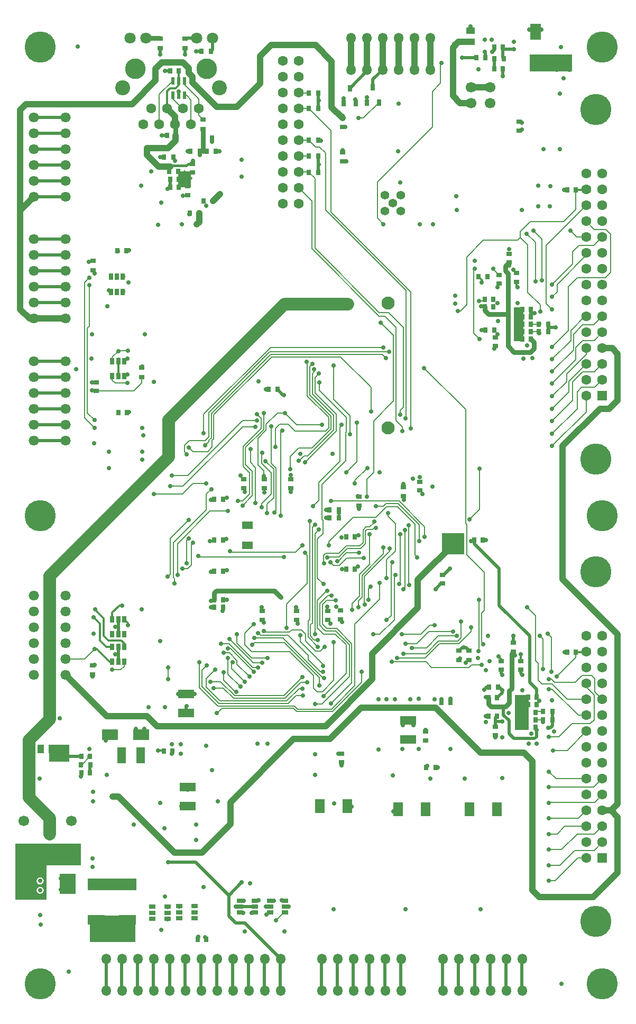
<source format=gbl>
G04 Layer_Physical_Order=4*
G04 Layer_Color=16711680*
%FSLAX44Y44*%
%MOMM*%
G71*
G01*
G75*
%ADD10R,0.8000X0.9000*%
%ADD11R,0.9000X0.8000*%
%ADD31R,2.6000X1.4000*%
%ADD36R,1.4000X2.6000*%
%ADD45R,1.5000X2.2000*%
%ADD48R,1.7000X1.2500*%
%ADD65C,0.2000*%
%ADD66C,0.3000*%
%ADD67C,1.0000*%
%ADD68C,0.5000*%
%ADD70C,0.7500*%
%ADD71C,2.0000*%
%ADD83C,2.4000*%
%ADD84C,1.6000*%
%ADD85C,3.3000*%
%ADD86C,1.8000*%
%ADD87C,2.1000*%
%ADD88O,1.5000X1.7000*%
%ADD89O,1.7000X1.5000*%
%ADD90C,1.4000*%
%ADD91R,1.6000X1.6000*%
%ADD92C,1.7000*%
%ADD93C,5.0000*%
%ADD94C,0.7000*%
%ADD95C,0.5000*%
%ADD96R,0.6000X1.2000*%
%ADD97R,0.6500X1.1000*%
%ADD98R,2.5000X1.7000*%
%ADD99R,2.5000X3.3000*%
%ADD100R,1.1000X0.6500*%
%ADD101R,2.8000X1.6000*%
%ADD102R,1.1000X1.4000*%
%ADD103R,1.7000X2.5000*%
%ADD104R,1.4000X1.1000*%
%ADD105C,0.4000*%
%ADD106R,6.8000X2.8000*%
%ADD107R,3.6000X3.4000*%
%ADD108R,2.2000X5.6000*%
%ADD109R,1.6000X5.5000*%
%ADD110R,3.3000X2.7000*%
%ADD111R,7.3000X4.2000*%
%ADD112R,7.8000X1.9000*%
%ADD113R,2.1000X2.5000*%
G36*
X415000Y540000D02*
X360000D01*
Y485000D01*
X310000D01*
Y575000D01*
X415000D01*
Y540000D01*
D02*
G37*
%LPC*%
G36*
X350000Y520608D02*
X347854Y520181D01*
X346035Y518965D01*
X344819Y517146D01*
X344392Y515000D01*
X344819Y512854D01*
X346035Y511035D01*
X347854Y509819D01*
X350000Y509392D01*
X352146Y509819D01*
X353965Y511035D01*
X355181Y512854D01*
X355608Y515000D01*
X355181Y517146D01*
X353965Y518965D01*
X352146Y520181D01*
X350000Y520608D01*
D02*
G37*
G36*
Y505608D02*
X347854Y505181D01*
X346035Y503965D01*
X344819Y502146D01*
X344392Y500000D01*
X344819Y497854D01*
X346035Y496035D01*
X347854Y494819D01*
X350000Y494392D01*
X352146Y494819D01*
X353965Y496035D01*
X355181Y497854D01*
X355608Y500000D01*
X355181Y502146D01*
X353965Y503965D01*
X352146Y505181D01*
X350000Y505608D01*
D02*
G37*
%LPD*%
D10*
X629000Y965000D02*
D03*
X643000D02*
D03*
X629000Y953000D02*
D03*
X643000D02*
D03*
X813380Y1109000D02*
D03*
X828620D02*
D03*
Y1096000D02*
D03*
X813380D02*
D03*
X1143000Y761000D02*
D03*
X1129000D02*
D03*
X1143000Y773000D02*
D03*
X1129000D02*
D03*
X1143000Y785000D02*
D03*
X1129000D02*
D03*
X1145500Y797500D02*
D03*
X1131500D02*
D03*
X1145500Y809500D02*
D03*
X1131500D02*
D03*
X1170620Y786000D02*
D03*
X1155380D02*
D03*
X1170620Y773000D02*
D03*
X1155380D02*
D03*
X983620Y697000D02*
D03*
X968380D02*
D03*
X1068000Y779000D02*
D03*
X1082000D02*
D03*
X1068000Y808000D02*
D03*
X1082000D02*
D03*
X1069000Y825000D02*
D03*
X1083000D02*
D03*
X1045000Y1061000D02*
D03*
X1059000D02*
D03*
X1136000Y1382000D02*
D03*
X1122000D02*
D03*
X1136000Y1394000D02*
D03*
X1122000D02*
D03*
X1136000Y1406000D02*
D03*
X1122000D02*
D03*
X1136000Y1418000D02*
D03*
X1122000D02*
D03*
X1136000Y1430000D02*
D03*
X1122000D02*
D03*
X1163620Y1406000D02*
D03*
X1148380D02*
D03*
X1163620Y1394000D02*
D03*
X1148380D02*
D03*
X1063000Y1397000D02*
D03*
X1077000D02*
D03*
X1062000Y1434000D02*
D03*
X1076000D02*
D03*
X1062000Y1446000D02*
D03*
X1076000D02*
D03*
X1066000Y1482000D02*
D03*
X1052000D02*
D03*
X795620Y1649500D02*
D03*
X780380D02*
D03*
X795620Y1675500D02*
D03*
X780380D02*
D03*
Y1700500D02*
D03*
X795620D02*
D03*
Y1751500D02*
D03*
X780380D02*
D03*
X795620Y1776500D02*
D03*
X780380D02*
D03*
X558000Y1812000D02*
D03*
X572000D02*
D03*
X567000Y1708000D02*
D03*
X553000D02*
D03*
X611000Y1704000D02*
D03*
X625000D02*
D03*
X608380Y1843000D02*
D03*
X623620D02*
D03*
X590380Y1683000D02*
D03*
X605620D02*
D03*
X617000Y1683000D02*
D03*
X631000D02*
D03*
X548380Y1674000D02*
D03*
X563620D02*
D03*
X557000Y1651000D02*
D03*
X571000D02*
D03*
X558000Y1638000D02*
D03*
X572000D02*
D03*
X558000Y1625000D02*
D03*
X572000D02*
D03*
X626620Y1603000D02*
D03*
X611380D02*
D03*
X604620Y1584000D02*
D03*
X589380D02*
D03*
X548000Y723000D02*
D03*
X562000D02*
D03*
X430000Y714000D02*
D03*
X416000D02*
D03*
X415380Y701000D02*
D03*
X430620D02*
D03*
X430000Y688000D02*
D03*
X416000D02*
D03*
X616000Y421000D02*
D03*
X602000D02*
D03*
X629000Y1011000D02*
D03*
X643000D02*
D03*
X993000Y801000D02*
D03*
X1007000D02*
D03*
X1208000Y1621000D02*
D03*
X1194000D02*
D03*
X1208000Y881000D02*
D03*
X1194000D02*
D03*
X488000Y1524000D02*
D03*
X474000D02*
D03*
X489000Y1265000D02*
D03*
X475000D02*
D03*
X730000Y1302000D02*
D03*
X716000D02*
D03*
X854000Y1014000D02*
D03*
X840000D02*
D03*
X854000Y1066000D02*
D03*
X840000D02*
D03*
X629000Y1126000D02*
D03*
X643000D02*
D03*
X629000Y1061000D02*
D03*
X643000D02*
D03*
X1092620Y1831000D02*
D03*
X1077380D02*
D03*
X1091000Y1850000D02*
D03*
X1077000D02*
D03*
X1049000Y1833000D02*
D03*
X1063000D02*
D03*
X1077000Y1815000D02*
D03*
X1091000D02*
D03*
D11*
X542000Y1848380D02*
D03*
Y1863620D02*
D03*
X967000Y740000D02*
D03*
Y754000D02*
D03*
X1079000Y748000D02*
D03*
Y762000D02*
D03*
X1088000Y867000D02*
D03*
Y853000D02*
D03*
X1108000Y882000D02*
D03*
Y896000D02*
D03*
X1120000Y867000D02*
D03*
Y853000D02*
D03*
X1037000Y868380D02*
D03*
Y883620D02*
D03*
X1021000Y868380D02*
D03*
Y883620D02*
D03*
X994000Y1005000D02*
D03*
Y991000D02*
D03*
X1079000Y1371000D02*
D03*
Y1385000D02*
D03*
X1085000Y1485000D02*
D03*
Y1471000D02*
D03*
X1113000Y1488000D02*
D03*
Y1474000D02*
D03*
X1101000Y1505000D02*
D03*
Y1519000D02*
D03*
X611000Y1733620D02*
D03*
Y1718380D02*
D03*
X582000Y1848380D02*
D03*
Y1863620D02*
D03*
X594000Y1663000D02*
D03*
Y1649000D02*
D03*
X586000Y1613000D02*
D03*
Y1627000D02*
D03*
X513000Y1336620D02*
D03*
Y1321380D02*
D03*
X440000Y1299000D02*
D03*
Y1313000D02*
D03*
X434000Y860000D02*
D03*
Y846000D02*
D03*
X435000Y1492380D02*
D03*
Y1507620D02*
D03*
X833000Y719000D02*
D03*
Y705000D02*
D03*
X709000Y1158000D02*
D03*
Y1144000D02*
D03*
X1117000Y1716000D02*
D03*
Y1730000D02*
D03*
X811000Y933000D02*
D03*
Y947000D02*
D03*
X958000Y1154000D02*
D03*
Y1140000D02*
D03*
X932000Y1145000D02*
D03*
Y1131000D02*
D03*
X706000Y933000D02*
D03*
Y947000D02*
D03*
X761000Y933000D02*
D03*
Y947000D02*
D03*
X831000Y934000D02*
D03*
Y948000D02*
D03*
X861000Y1130000D02*
D03*
Y1116000D02*
D03*
X751000Y1158000D02*
D03*
Y1144000D02*
D03*
X676000Y1158000D02*
D03*
Y1144000D02*
D03*
X834000Y1681000D02*
D03*
Y1667000D02*
D03*
Y1736000D02*
D03*
Y1722000D02*
D03*
D31*
X939000Y741760D02*
D03*
Y772240D02*
D03*
X584000Y814240D02*
D03*
Y783760D02*
D03*
X586000Y634760D02*
D03*
Y665240D02*
D03*
D36*
X511240Y716000D02*
D03*
X480760D02*
D03*
D45*
X1082000Y630000D02*
D03*
X1038000D02*
D03*
X967000D02*
D03*
X923000D02*
D03*
X842000Y635000D02*
D03*
X798000D02*
D03*
D48*
X681998Y1052000D02*
D03*
Y1084000D02*
D03*
D65*
X604500Y1740120D02*
X611000Y1733620D01*
X604500Y1740120D02*
Y1751400D01*
X541000Y1774000D02*
X562500Y1795500D01*
X541000Y1726000D02*
Y1774000D01*
X604500Y1751400D02*
Y1766500D01*
X581500Y1789500D02*
X604500Y1766500D01*
X581500Y1789500D02*
Y1795500D01*
X577600Y1751400D02*
X579100D01*
X562500Y1766500D02*
X577600Y1751400D01*
X562500Y1766500D02*
Y1772500D01*
X581500D02*
X584500D01*
X591750Y1765250D01*
Y1726000D02*
Y1765250D01*
X867500Y1736000D02*
X892500Y1761000D01*
X860000Y1736000D02*
X867500D01*
X1031500Y1087000D02*
Y1269500D01*
Y1087000D02*
X1033000Y1085500D01*
Y1037000D02*
Y1085500D01*
Y1037000D02*
X1061000Y1009000D01*
Y948000D02*
Y1009000D01*
X1057000Y944000D02*
X1061000Y948000D01*
X966000Y1066000D02*
Y1081657D01*
X950000Y1037000D02*
X954000Y1033000D01*
X1130000Y953000D02*
X1143000Y940000D01*
X1038000Y1094000D02*
X1054000Y1110000D01*
X1019000Y899000D02*
X1024000Y904000D01*
Y930000D01*
X1053000Y886000D02*
Y965000D01*
X1051000Y884000D02*
X1053000Y886000D01*
X1051000Y884000D02*
X1052000Y883000D01*
X1199000Y1556000D02*
X1209600Y1545400D01*
X1224600D01*
X719000Y1369000D02*
X900000D01*
X717657Y1362000D02*
X909000D01*
X588828Y1219828D02*
X613828D01*
X581000Y1212000D02*
X588828Y1219828D01*
X581000Y1202000D02*
Y1212000D01*
Y1202000D02*
X585000Y1198000D01*
X902000Y1419000D02*
X920000Y1401000D01*
Y1252000D02*
Y1401000D01*
X908000Y1425000D02*
X932000Y1401000D01*
X595172Y1201828D02*
X618172D01*
X588000Y1209000D02*
X595172Y1201828D01*
X555000Y838000D02*
Y857000D01*
X1136000Y1394000D02*
X1149000D01*
X1224600Y1570800D02*
X1237400Y1558000D01*
X1256000D01*
X1264000Y1550000D01*
Y1489000D02*
Y1550000D01*
X1255200Y1480200D02*
X1264000Y1489000D01*
X1210200Y1480200D02*
X1255200D01*
X1196000Y1466000D02*
X1210200Y1480200D01*
X1196000Y1396000D02*
Y1466000D01*
X1170000Y1370000D02*
X1196000Y1396000D01*
X1160500Y1439500D02*
X1170000Y1430000D01*
X1160500Y1532100D02*
X1224600Y1596200D01*
X1160500Y1439500D02*
Y1532100D01*
X1224600Y1516600D02*
Y1520000D01*
X1178000Y1470000D02*
X1224600Y1516600D01*
X1178000Y1458000D02*
Y1470000D01*
X1170000Y1450000D02*
X1178000Y1458000D01*
X1236600Y1532000D02*
X1250000Y1545400D01*
X1213000Y1532000D02*
X1236600D01*
X1203000Y1522000D02*
X1213000Y1532000D01*
X1203000Y1503000D02*
Y1522000D01*
X1170000Y1470000D02*
X1203000Y1503000D01*
X728000Y452000D02*
X740500Y464500D01*
X742000D01*
X1140000Y1556000D02*
X1154000Y1542000D01*
Y1476000D02*
Y1542000D01*
X1129000Y1551000D02*
X1143000Y1537000D01*
Y1475000D02*
Y1537000D01*
X1222400Y1418400D02*
X1224600D01*
X1200000Y1396000D02*
X1222400Y1418400D01*
X1200000Y1380000D02*
Y1396000D01*
X1170000Y1350000D02*
X1200000Y1380000D01*
X1236600Y1405000D02*
X1250000Y1418400D01*
X1219000Y1405000D02*
X1236600D01*
X1204000Y1390000D02*
X1219000Y1405000D01*
X1204000Y1364500D02*
Y1390000D01*
X1170000Y1330500D02*
X1204000Y1364500D01*
X1237000Y1380000D02*
X1250000Y1393000D01*
X1219000Y1380000D02*
X1237000D01*
X1208000Y1369000D02*
X1219000Y1380000D01*
X1208000Y1349000D02*
Y1369000D01*
X1170000Y1311000D02*
X1208000Y1349000D01*
X1224600Y1357756D02*
Y1367600D01*
X1193000Y1326156D02*
X1224600Y1357756D01*
X1193000Y1314000D02*
Y1326156D01*
X1170000Y1291000D02*
X1193000Y1314000D01*
X1197000Y1314600D02*
X1224600Y1342200D01*
X1197000Y1298000D02*
Y1314600D01*
X1170000Y1271000D02*
X1197000Y1298000D01*
X1237800Y1330000D02*
X1250000Y1342200D01*
X1219000Y1330000D02*
X1237800D01*
X1203000Y1314000D02*
X1219000Y1330000D01*
X1203000Y1284000D02*
Y1314000D01*
X1170000Y1251000D02*
X1203000Y1284000D01*
X1238200Y1305000D02*
X1250000Y1316800D01*
X1217000Y1305000D02*
X1238200D01*
X1210000Y1298000D02*
X1217000Y1305000D01*
X1210000Y1271000D02*
Y1298000D01*
X1170000Y1231000D02*
X1210000Y1271000D01*
X1224600Y1265634D02*
Y1291400D01*
X1170000Y1211034D02*
X1224600Y1265634D01*
X767657Y833000D02*
X778000D01*
X742157Y807500D02*
X767657Y833000D01*
X659651Y807500D02*
X742157D01*
X740500Y811500D02*
X770000Y841000D01*
X661308Y811500D02*
X740500D01*
X644000Y836000D02*
Y849000D01*
X651000Y846000D02*
Y872000D01*
Y846000D02*
X671000Y826000D01*
X746998Y908000D02*
X778999Y875999D01*
Y869658D02*
Y875999D01*
Y869658D02*
X798657Y850000D01*
X803000D01*
X739000Y904000D02*
X803000Y840000D01*
X805000D01*
X945000Y888000D02*
X969000D01*
X935000Y895000D02*
X953000D01*
X1163000Y911000D02*
X1169000Y905000D01*
Y850000D02*
Y905000D01*
X1150000Y907000D02*
X1155000Y902000D01*
Y854000D02*
Y902000D01*
X421400Y870400D02*
X437000Y886000D01*
X390400Y870400D02*
X421400D01*
X764200Y1776500D02*
X780380D01*
X764400Y1675500D02*
X780380D01*
Y1700500D02*
X790880Y1690000D01*
X764000Y1649700D02*
X780180D01*
X764000Y1700500D02*
X780380D01*
X764000Y1751300D02*
X769700D01*
X764200Y1751500D02*
X780380D01*
X935000Y1255000D02*
X936000Y1256000D01*
X926999Y1267999D02*
X932000Y1273000D01*
X926999Y1260998D02*
Y1267999D01*
X920000Y1252000D02*
X930000Y1242000D01*
X932000Y1273000D02*
Y1401000D01*
X930000Y1235000D02*
Y1242000D01*
X900000Y1038657D02*
Y1049000D01*
X865500Y969000D02*
Y1004157D01*
X900000Y1038657D01*
X860000Y963500D02*
X865500Y969000D01*
X860000Y953000D02*
Y963500D01*
X910000Y1043000D02*
Y1047000D01*
X869500Y1002500D02*
X910000Y1043000D01*
X869500Y957500D02*
X870000Y957000D01*
X869500Y957500D02*
Y1002500D01*
X830000Y1241000D02*
X834000Y1245000D01*
X830000Y1187000D02*
Y1241000D01*
X840000Y1233692D02*
Y1257000D01*
X839500Y1233192D02*
X840000Y1233692D01*
X839500Y1187500D02*
Y1233192D01*
X801500Y1149500D02*
X839500Y1187500D01*
X796000Y1153000D02*
X830000Y1187000D01*
X796000Y1124000D02*
Y1153000D01*
X787000Y1115000D02*
X796000Y1124000D01*
X804000Y811000D02*
X805000Y812000D01*
Y809000D02*
Y812000D01*
X917000Y933000D02*
Y1003000D01*
X919000Y1005000D01*
X735000Y1233000D02*
X738000Y1236000D01*
X735000Y1100000D02*
Y1233000D01*
X820000Y1286000D02*
Y1340000D01*
Y1286000D02*
X846000Y1260000D01*
Y1230000D02*
Y1260000D01*
X675000Y1178000D02*
X685000Y1168000D01*
Y1134000D02*
Y1168000D01*
X674000Y1123000D02*
X685000Y1134000D01*
X667000Y1123000D02*
X674000D01*
X679000Y1182000D02*
Y1209000D01*
Y1182000D02*
X690000Y1171000D01*
Y1132000D02*
Y1171000D01*
X674000Y1116000D02*
X690000Y1132000D01*
X725000Y1105000D02*
X728000Y1108000D01*
X604500Y1033500D02*
X740000D01*
X603000Y1035000D02*
X604500Y1033500D01*
X801500Y1093308D02*
Y1149500D01*
Y1093308D02*
X803000Y1091808D01*
Y1071000D02*
Y1091808D01*
X794000Y1062000D02*
X803000Y1071000D01*
X794000Y1000000D02*
Y1062000D01*
Y1000000D02*
X804000Y990000D01*
X885000Y1080000D02*
X888000D01*
X882500Y1077500D02*
X885000Y1080000D01*
X873500Y1077500D02*
X882500D01*
X877843Y1081500D02*
X885000Y1088657D01*
Y1090000D01*
X877500Y1022814D02*
Y1069772D01*
Y1022814D02*
X878000Y1022314D01*
X871000Y1055000D02*
Y1075000D01*
X867000Y1056657D02*
Y1076657D01*
X871843Y1081500D01*
X871000Y1075000D02*
X873500Y1077500D01*
X871843Y1081500D02*
X877843D01*
X907000Y1099000D02*
X919000Y1087000D01*
X907000Y1099000D02*
Y1104000D01*
X1237000Y773000D02*
Y812743D01*
X1231000Y767000D02*
X1237000Y773000D01*
X1202000Y767000D02*
X1231000D01*
X1238000Y817400D02*
X1250000Y805400D01*
X1238000Y817400D02*
Y839000D01*
X1233000Y844000D02*
X1238000Y839000D01*
X1194000Y724000D02*
X1224600Y754600D01*
X1171000Y724000D02*
X1194000D01*
X779000Y905343D02*
X794343Y890000D01*
X861343Y1051000D02*
X867000Y1056657D01*
X840343Y1051000D02*
X861343D01*
X828842Y1039499D02*
X840343Y1051000D01*
X807307Y1039499D02*
X828842D01*
X803499Y1035691D02*
X807307Y1039499D01*
X803499Y1024501D02*
Y1035691D01*
Y1024501D02*
X805000Y1023000D01*
X810500Y1033500D02*
X828500D01*
X809999Y1032999D02*
X810500Y1033500D01*
X828500D02*
X842000Y1047000D01*
X863000D01*
X871000Y1055000D01*
X790000Y798000D02*
X801000D01*
X809000Y964000D02*
X823000D01*
X802000Y957000D02*
X809000Y964000D01*
X802000Y926000D02*
Y957000D01*
X811000Y972000D02*
X817000D01*
X798000Y959000D02*
X811000Y972000D01*
X798000Y924000D02*
Y959000D01*
X809000Y979000D02*
X810000D01*
X794000Y964000D02*
X809000Y979000D01*
X794000Y920000D02*
Y964000D01*
X940500Y989500D02*
Y1083500D01*
Y989500D02*
X941000Y989000D01*
X940000Y1084000D02*
X940500Y1083500D01*
X934000Y984000D02*
Y1077000D01*
X932000Y982000D02*
X934000Y984000D01*
X927000Y992000D02*
Y1070000D01*
X925000Y990000D02*
X927000Y992000D01*
X912000Y940000D02*
Y1022000D01*
X905000Y933000D02*
X912000Y940000D01*
X850000Y949000D02*
Y959157D01*
X861500Y970657D01*
Y1005814D01*
X878000Y1022314D01*
X705000Y1113000D02*
Y1119000D01*
X720000Y1134000D01*
X713000Y1117808D02*
X724000Y1128808D01*
X713000Y1104000D02*
Y1117808D01*
X724000Y1128808D02*
Y1174000D01*
X695000Y1120000D02*
Y1177000D01*
X919000Y1043000D02*
Y1087000D01*
X905000Y1029000D02*
X919000Y1043000D01*
X905000Y1000000D02*
Y1029000D01*
X841000Y1032000D02*
X868000D01*
X829096Y1020096D02*
X841000Y1032000D01*
X819904Y1020096D02*
X829096D01*
X815000Y1025000D02*
X819904Y1020096D01*
X840657Y1040000D02*
X861000D01*
X827657Y1027000D02*
X840657Y1040000D01*
X745000Y920000D02*
Y958000D01*
X778000Y991000D01*
Y1036000D01*
X774000Y1040000D02*
X778000Y1036000D01*
X783000Y907000D02*
X789000Y901000D01*
X795000D01*
X779000Y905343D02*
Y931000D01*
X782000Y1091000D02*
X782000Y1091000D01*
Y934000D02*
Y1091000D01*
X779000Y931000D02*
X782000Y934000D01*
X790000Y1071000D02*
X796500Y1077500D01*
X790000Y1064657D02*
Y1071000D01*
X790000Y1064657D02*
X790000Y1064657D01*
X790000Y1061343D02*
Y1064657D01*
Y1061343D02*
X790000Y1061343D01*
X786000Y1066314D02*
X786000Y1066314D01*
X786000Y1059686D02*
Y1066314D01*
Y1059686D02*
X786000Y1059686D01*
X790000Y910000D02*
Y1061343D01*
X786000Y1066314D02*
Y1081000D01*
Y928000D02*
Y1059686D01*
Y1081000D02*
X790000Y1085000D01*
X783000Y925000D02*
X786000Y928000D01*
X783000Y907000D02*
Y925000D01*
X876000Y983000D02*
X879000Y986000D01*
X876000Y965000D02*
Y983000D01*
X1165000Y690000D02*
X1176600Y678400D01*
X1224600D01*
X1165000Y665000D02*
X1236600D01*
X1250000Y678400D01*
X1166000Y641000D02*
X1238000D01*
X1250000Y653000D01*
X1165000Y615000D02*
X1212000D01*
X1224600Y627600D01*
X1165000Y590000D02*
X1178000D01*
X1190200Y602200D01*
X1224600D01*
X1165000Y565000D02*
X1185000D01*
X1210000Y590000D01*
X1237800D01*
X1250000Y602200D01*
X1165000Y540000D02*
X1182000D01*
X1206000Y564000D01*
X1237200D01*
X1250000Y576800D01*
X1165000Y515000D02*
X1175000D01*
X1211400Y551400D01*
X1224600D01*
X513000Y1312000D02*
Y1321380D01*
X500000Y1299000D02*
X513000Y1312000D01*
X440000Y1299000D02*
X500000D01*
X421000Y1256000D02*
X437000Y1240000D01*
X421000Y1256000D02*
Y1473000D01*
X429000Y1481000D01*
X425850Y1264150D02*
X437000Y1253000D01*
X425850Y1264150D02*
Y1399850D01*
X429000Y1403000D01*
Y1469000D01*
X417000Y701000D02*
X430000Y714000D01*
X1088000Y867000D02*
Y870500D01*
X1076000Y1494000D02*
X1085000Y1485000D01*
X1053000Y1443000D02*
X1059000D01*
X1136000Y1406000D02*
X1148000D01*
X470000Y1312000D02*
X490000D01*
X465500Y1316500D02*
X470000Y1312000D01*
X465500Y1316500D02*
Y1323000D01*
X657000Y855000D02*
X678000Y834000D01*
X657000Y855000D02*
Y863000D01*
X665000Y862000D02*
X685000Y842000D01*
X665000Y862000D02*
Y868000D01*
X653000Y880000D02*
X665000Y868000D01*
X644000Y880000D02*
X653000D01*
X655000Y887000D02*
X692000Y850000D01*
X651000Y887000D02*
X655000D01*
X687000Y1185000D02*
Y1206000D01*
X720000Y1134000D02*
Y1168000D01*
X711000Y1187000D02*
X724000Y1174000D01*
X687000Y1185000D02*
X695000Y1177000D01*
X704500Y1183500D02*
X720000Y1168000D01*
X969000Y888000D02*
X988000Y907000D01*
X1017000D01*
X953000Y895000D02*
X972000Y914000D01*
X1011000D01*
X988000Y899000D02*
X1019000D01*
X968000Y879000D02*
X988000Y899000D01*
X932000Y879000D02*
X968000D01*
X1040000Y914343D02*
Y921000D01*
X1020657Y895000D02*
X1040000Y914343D01*
X989657Y895000D02*
X1020657D01*
X966657Y872000D02*
X989657Y895000D01*
X922000Y872000D02*
X966657D01*
X767000Y898000D02*
Y908000D01*
X799000Y883000D02*
X806000Y890000D01*
X791000Y883000D02*
X799000D01*
X775000Y899000D02*
X791000Y883000D01*
X775000Y899000D02*
Y910000D01*
X768000Y917000D02*
X775000Y910000D01*
X753000Y917000D02*
X768000D01*
X749000Y913000D02*
X753000Y917000D01*
X710000Y913000D02*
X749000D01*
X803000Y859000D02*
Y862000D01*
X767000Y898000D02*
X803000Y862000D01*
X765000Y823000D02*
X770000D01*
X745000Y803000D02*
X765000Y823000D01*
X638000Y803000D02*
X745000D01*
X616000Y825000D02*
X638000Y803000D01*
X760000Y812000D02*
X771000D01*
X747000Y799000D02*
X760000Y812000D01*
X636343Y799000D02*
X747000D01*
X609000Y826343D02*
X636343Y799000D01*
X585000Y1023000D02*
Y1060000D01*
X588000Y1063000D01*
X578000Y1015000D02*
X586192D01*
X592000Y1020808D01*
Y1053000D01*
X595000Y1056000D01*
X605000Y824686D02*
Y865000D01*
Y824686D02*
X634686Y795000D01*
X757000D01*
X762000Y790000D01*
X816192D01*
X894000Y966000D02*
Y992000D01*
X578000Y1134000D02*
X595000Y1151000D01*
X616000D01*
X532000Y1134000D02*
X578000D01*
X563500Y1000808D02*
X565000Y999308D01*
Y991000D02*
Y999308D01*
X609000Y826343D02*
Y852000D01*
X617000Y860000D01*
X616000Y825000D02*
Y839000D01*
X630000Y853000D01*
X623000Y834000D02*
X638808D01*
X661308Y811500D01*
X628000Y824000D02*
X643151D01*
X659651Y807500D01*
X641000Y791000D02*
X755343D01*
X760343Y786000D01*
X818000D01*
X704500Y1198500D02*
X706000Y1200000D01*
X704500Y1183500D02*
Y1198500D01*
X708500Y1163500D02*
Y1171500D01*
X699000Y1181000D02*
X708500Y1171500D01*
X1151000Y1426000D02*
Y1437000D01*
X1131000Y1457000D02*
X1151000Y1437000D01*
X1019000Y1427000D02*
X1023000D01*
X880000Y1266000D02*
Y1305000D01*
X1041000Y861000D02*
X1057000D01*
X1037000Y857000D02*
X1041000Y861000D01*
X977000Y857000D02*
X1037000D01*
X913000Y866000D02*
X913500Y865500D01*
X968500D01*
X977000Y857000D01*
X797000Y828000D02*
Y840343D01*
X741343Y896000D02*
X797000Y840343D01*
X690657Y857000D02*
X699000D01*
X652657Y895000D02*
X690657Y857000D01*
X640000Y895000D02*
X652657D01*
X653000Y902000D02*
X691000Y864000D01*
X706000D01*
X665000Y895657D02*
Y910000D01*
Y895657D02*
X688657Y872000D01*
X714000D01*
X699000Y912000D02*
X703000Y908000D01*
X693000Y904000D02*
X739000D01*
X703000Y908000D02*
X746998D01*
X708000Y915000D02*
X710000Y913000D01*
X693000Y896000D02*
X741343D01*
X690000Y893000D02*
X693000Y896000D01*
X818000Y786000D02*
X865000Y833000D01*
Y850000D01*
X816192Y790000D02*
X854000Y827808D01*
Y926000D01*
X894000Y966000D01*
X816000Y799000D02*
X849000Y832000D01*
Y895000D01*
X801000Y798000D02*
X845000Y842000D01*
X805000Y812000D02*
X840000Y847000D01*
Y892686D01*
X825000Y919000D02*
X849000Y895000D01*
X809000Y919000D02*
X825000D01*
X802000Y926000D02*
X809000Y919000D01*
X845000Y842000D02*
Y893343D01*
X823343Y915000D02*
X845000Y893343D01*
X807343Y915000D02*
X823343D01*
X805343Y917000D02*
X807343Y915000D01*
X805000Y917000D02*
X805343D01*
X798000Y924000D02*
X805000Y917000D01*
X822686Y910000D02*
X840000Y892686D01*
X804000Y910000D02*
X822686D01*
X794000Y920000D02*
X804000Y910000D01*
X820000Y836000D02*
Y897000D01*
X802000Y818000D02*
X820000Y836000D01*
X794000Y818000D02*
X802000D01*
X788000Y824000D02*
X794000Y818000D01*
X788000Y824000D02*
Y843686D01*
X749686Y882000D02*
X788000Y843686D01*
X689000Y882000D02*
X749686D01*
X678000Y893000D02*
X689000Y882000D01*
X678000Y893000D02*
Y912000D01*
X692000Y926000D01*
X693000Y927000D01*
X1131000Y1457000D02*
Y1533000D01*
X1119000Y1545000D02*
X1131000Y1533000D01*
X1119000Y1545000D02*
Y1554000D01*
X1135000Y1570000D01*
X1188000D01*
X1208000Y1590000D01*
Y1621000D01*
X634000Y784000D02*
X641000Y791000D01*
X633000Y784000D02*
X634000D01*
X644000Y836000D02*
X663000Y817000D01*
X484500Y858500D02*
Y866000D01*
X479000Y853000D02*
X484500Y858500D01*
X465000Y853000D02*
X479000D01*
X1218000Y844000D02*
X1233000D01*
X1177000Y842000D02*
X1208000Y873000D01*
Y881000D01*
X1144000Y786000D02*
X1155000D01*
X1155500Y786500D01*
X1143000Y773000D02*
X1155380D01*
X1057000Y897000D02*
X1060000Y894000D01*
X1057000Y897000D02*
Y944000D01*
X1033000Y1437000D02*
Y1514000D01*
X1060000Y1541000D01*
X1115000D01*
X1119000Y1545000D01*
X1023000Y1427000D02*
X1033000Y1437000D01*
X1054000Y1110000D02*
Y1175000D01*
X1044000Y1392000D02*
X1054000Y1382000D01*
X1044000Y1392000D02*
Y1493000D01*
X1046000Y1495000D01*
X1207000Y833000D02*
X1218000Y844000D01*
X1165000Y822000D02*
X1170000D01*
X1212000Y780000D01*
X1224600D01*
X1165000Y838000D02*
X1169000D01*
X1174000Y833000D01*
X1207000D01*
X1194600Y805400D02*
X1224600D01*
X1170000Y830000D02*
X1194600Y805400D01*
X1154000Y830000D02*
X1170000D01*
X654000Y1043000D02*
X656000Y1041000D01*
X759000D01*
X770000Y1052000D01*
X900000Y1115000D02*
X904000Y1119000D01*
X888000Y1115000D02*
X900000D01*
X812000Y1052000D02*
Y1058000D01*
X851000Y1097000D01*
X887657D01*
X904657Y1114000D01*
X922343D01*
X904000Y1119000D02*
X923000D01*
X957000Y1085000D01*
Y1059000D02*
Y1085000D01*
X924657Y1123000D02*
X966000Y1081657D01*
X816000Y1123000D02*
X924657D01*
X922343Y1114000D02*
X950000Y1086343D01*
X476000Y1364000D02*
X491000D01*
X465500Y1347000D02*
Y1353500D01*
X475000Y1363000D01*
X1148000Y836000D02*
Y863000D01*
X1143000Y868000D02*
X1148000Y863000D01*
Y836000D02*
X1154000Y830000D01*
X1165000Y746000D02*
X1181000D01*
X1202000Y767000D01*
X950000Y1037000D02*
Y1086343D01*
X883500Y910000D02*
X894000D01*
X917000Y933000D01*
X929000Y910000D02*
X960000D01*
X974000Y924000D01*
X982000D01*
X854000Y1151000D02*
Y1156000D01*
X874000Y1176000D01*
X857000Y1186000D02*
Y1249000D01*
X840000Y1169000D02*
X857000Y1186000D01*
X764000Y1624300D02*
X785000Y1603300D01*
X780380Y1649500D02*
X790000Y1639880D01*
X797000Y1690000D02*
X807000Y1680000D01*
X790880Y1690000D02*
X797000D01*
X780380Y1751500D02*
X816000Y1715880D01*
X785000Y1527000D02*
Y1603300D01*
Y1527000D02*
X893000Y1419000D01*
X902000D01*
X790000Y1527657D02*
Y1639880D01*
Y1527657D02*
X892657Y1425000D01*
X908000D01*
X944000Y1239000D02*
Y1457657D01*
X807000Y1589000D02*
Y1680000D01*
Y1589000D02*
X936000Y1460000D01*
Y1256000D02*
Y1460000D01*
X816000Y1585657D02*
Y1715880D01*
Y1585657D02*
X944000Y1457657D01*
X965000Y1336000D02*
X1031500Y1269500D01*
X561000Y1164000D02*
X586000D01*
X558000Y1147000D02*
X579000D01*
X570000Y1055000D02*
X622000Y1107000D01*
X570000Y1005000D02*
Y1055000D01*
X622000Y1107000D02*
X651000D01*
X563500Y1000808D02*
Y1056500D01*
X616000Y1109000D01*
Y1134000D01*
X624000Y1142000D01*
X558000Y1063000D02*
X588000Y1093000D01*
X558000Y1006000D02*
Y1063000D01*
X554000Y1002000D02*
X558000Y1006000D01*
X1143000Y868000D02*
Y940000D01*
X1224600Y825143D02*
X1237000Y812743D01*
X1224600Y825143D02*
Y830800D01*
X675000Y1178000D02*
Y1210657D01*
X674000Y1242000D02*
X695000D01*
X579000Y1147000D02*
X674000Y1242000D01*
Y1252000D02*
X697000D01*
X586000Y1164000D02*
X674000Y1252000D01*
X679000Y1209000D02*
X708000Y1238000D01*
X612000Y1232000D02*
Y1262000D01*
X719000Y1369000D01*
X620000Y1264343D02*
X717657Y1362000D01*
X620000Y1226000D02*
Y1264343D01*
X613828Y1219828D02*
X620000Y1226000D01*
X620000Y1218000D02*
Y1220343D01*
X624000Y1224343D01*
Y1262686D01*
X719314Y1358000D01*
X898000D01*
X614000Y1212000D02*
X620000Y1218000D01*
X898000Y1358000D02*
X904000Y1352000D01*
X625672Y1209328D02*
Y1220358D01*
X628000Y1222686D01*
Y1261030D01*
X720971Y1354000D01*
X831000D01*
X618172Y1201828D02*
X625672Y1209328D01*
X831000Y1354000D02*
X880000Y1305000D01*
X697000Y1262000D02*
X704000Y1255000D01*
X699000Y1181000D02*
Y1223343D01*
X712000Y1236343D01*
X730000Y1264000D02*
X742000D01*
X675000Y1210657D02*
X704000Y1239657D01*
Y1255000D01*
X708000Y1238000D02*
Y1264000D01*
X712000Y1236343D02*
Y1246000D01*
X730000Y1264000D01*
X720000Y1183657D02*
Y1243000D01*
Y1183657D02*
X728000Y1175657D01*
Y1108000D02*
Y1175657D01*
X742000Y1264000D02*
X761002Y1244998D01*
X800999D01*
X797000Y1300000D02*
Y1313000D01*
Y1300000D02*
X840000Y1257000D01*
X727000Y1210000D02*
Y1239000D01*
X734000Y1246000D02*
X747000D01*
X727000Y1239000D02*
X734000Y1246000D01*
X758015Y1234985D02*
X806985D01*
X747000Y1246000D02*
X758015Y1234985D01*
X777757Y1291243D02*
Y1345243D01*
X777000Y1346000D02*
X777757Y1345243D01*
X806985Y1234985D02*
X812000Y1240000D01*
X777757Y1291243D02*
X812000Y1257000D01*
Y1240000D02*
Y1257000D01*
X750500Y1174000D02*
Y1194500D01*
X764000Y1208000D01*
X785686D01*
X781757Y1292899D02*
Y1338757D01*
X786000Y1343000D01*
X785686Y1208000D02*
X816000Y1238314D01*
X781757Y1292899D02*
X816000Y1258657D01*
Y1238314D02*
Y1258657D01*
X764000Y1188000D02*
X765192D01*
X772521Y1195328D01*
X778672D01*
X820000Y1236657D01*
X785757Y1326757D02*
X789000Y1330000D01*
X785757Y1294556D02*
X820000Y1260314D01*
X785757Y1294556D02*
Y1326757D01*
X789000Y1330000D02*
Y1334000D01*
X820000Y1236657D02*
Y1260314D01*
X790000Y1296314D02*
Y1321000D01*
X774000Y1185000D02*
X824000Y1235000D01*
X790000Y1321000D02*
X796000Y1327000D01*
X790000Y1296314D02*
X824000Y1262314D01*
Y1235000D02*
Y1262314D01*
X873000Y1130000D02*
Y1158000D01*
X884000Y1169000D01*
Y1251000D01*
X916000Y1283000D01*
Y1388000D01*
X895000Y1409000D02*
X916000Y1388000D01*
X890000Y1576000D02*
X900000Y1566000D01*
X890000Y1576000D02*
Y1634000D01*
X978000Y1722000D01*
Y1779000D01*
X991000Y1792000D01*
Y1822000D01*
X993000Y1824000D01*
D66*
X572000Y1795500D02*
Y1812000D01*
X553700Y1751400D02*
Y1779700D01*
X558000Y1784000D01*
X567000D01*
X572000Y1789000D01*
Y1795500D01*
X437000Y886000D02*
X441000D01*
X461000Y866000D01*
X465500D01*
X436000Y937000D02*
X446000Y927000D01*
Y900000D02*
Y927000D01*
Y900000D02*
X456000Y890000D01*
X465500D01*
X437000Y950000D02*
X452000Y935000D01*
Y907000D02*
Y935000D01*
Y907000D02*
X459000Y900000D01*
X480000D01*
X484500Y895500D01*
Y890000D02*
Y895500D01*
X491000Y924000D02*
Y927500D01*
X484500Y934000D02*
X491000Y927500D01*
X477000Y956000D02*
X481000D01*
X465500Y944500D02*
X477000Y956000D01*
X465500Y934000D02*
Y944500D01*
X538500Y723500D02*
X547500D01*
X1208000Y1621000D02*
X1224000D01*
X1208000Y881000D02*
X1224000D01*
X1057000Y1473000D02*
Y1475000D01*
X1058000Y1476000D01*
X1052000Y1482000D02*
X1058000Y1476000D01*
X1120000Y867000D02*
Y878000D01*
X1120000Y867000D02*
X1120000Y867000D01*
X1084000Y874500D02*
X1088000Y870500D01*
X475000Y1323000D02*
Y1347000D01*
Y1349000D01*
X1113000Y1467000D02*
Y1474000D01*
X558000Y1658000D02*
X560000Y1660000D01*
D67*
X633000Y1754000D02*
X665000D01*
X702000Y1791000D01*
X497000Y1758000D02*
X535000Y1796000D01*
X318000Y1749000D02*
X327000Y1758000D01*
X497000D01*
X545000Y1825000D02*
X579000D01*
X535000Y1796000D02*
Y1815000D01*
X545000Y1825000D01*
X579000D02*
X588000Y1816000D01*
Y1808000D02*
Y1816000D01*
Y1808000D02*
X594000Y1802000D01*
Y1793000D02*
Y1802000D01*
Y1793000D02*
X633000Y1754000D01*
X540000Y1658000D02*
X558000D01*
X521000Y1677000D02*
Y1688000D01*
Y1677000D02*
X540000Y1658000D01*
X550000Y1688000D02*
X555000D01*
X521000D02*
X550000D01*
X567000Y1700000D02*
Y1708000D01*
X555000Y1688000D02*
X567000Y1700000D01*
X566400Y1726000D02*
Y1738700D01*
X553700Y1751400D02*
X566400Y1738700D01*
X817000Y1753000D02*
X834000Y1736000D01*
X817000Y1753000D02*
Y1827000D01*
X791000Y1853000D02*
X817000Y1827000D01*
X720000Y1853000D02*
X791000D01*
X702000Y1835000D02*
X720000Y1853000D01*
X702000Y1791000D02*
Y1835000D01*
X318000Y1588400D02*
Y1749000D01*
X1040000Y1785700D02*
X1071000D01*
X975000Y1813600D02*
Y1864400D01*
X949600Y1813600D02*
Y1864400D01*
X924200Y1813600D02*
Y1864400D01*
X898800Y1813600D02*
Y1864400D01*
X873400Y1813600D02*
Y1864400D01*
X848000Y1813600D02*
Y1864400D01*
X1027000Y1858000D02*
X1038890D01*
X1187000Y1211000D02*
X1246500Y1270500D01*
X1187000Y998000D02*
Y1211000D01*
Y998000D02*
X1275000Y910000D01*
X1261500Y1270500D02*
X1275000Y1284000D01*
X1246500Y1270500D02*
X1261500D01*
X955000Y997000D02*
X1017000Y1059000D01*
X339600Y1415000D02*
X390400D01*
X1250000Y627600D02*
X1264600D01*
X1275000Y638000D01*
X1266400Y1367600D02*
X1275000Y1359000D01*
X1250000Y1367600D02*
X1266400D01*
X1264600Y627600D02*
X1275000Y617200D01*
Y528000D02*
Y617200D01*
X1236000Y489000D02*
X1275000Y528000D01*
X1149000Y489000D02*
X1236000D01*
X1138000Y500000D02*
X1149000Y489000D01*
X1138000Y500000D02*
Y707000D01*
X1125000Y720000D02*
X1138000Y707000D01*
X1055601Y720000D02*
X1125000D01*
X983600Y792000D02*
X1055601Y720000D01*
X655000Y641000D02*
X756000Y742000D01*
X655000Y606000D02*
Y641000D01*
X609000Y560000D02*
X655000Y606000D01*
X565000Y560000D02*
X609000D01*
X475000Y650000D02*
X565000Y560000D01*
X466000Y650000D02*
X475000D01*
X390400Y845000D02*
X456400Y779000D01*
X521000D01*
X537000Y763000D01*
X333000Y1415000D02*
X339600D01*
X318000Y1430000D02*
X333000Y1415000D01*
X318000Y1430000D02*
Y1588400D01*
X339600Y1610000D01*
X882000Y879000D02*
X955000Y952000D01*
X756000Y742000D02*
X814000D01*
X864000Y792000D01*
X983600D01*
X537000Y763000D02*
X807000D01*
X882000Y838000D01*
Y879000D01*
X955000Y952000D02*
Y997000D01*
X626620Y1603000D02*
X637620Y1614000D01*
X604620Y1569620D02*
Y1584000D01*
X601000Y1566000D02*
X604620Y1569620D01*
X1275000Y638000D02*
Y910000D01*
Y1284000D02*
Y1359000D01*
X1020000Y1858000D02*
X1027000D01*
X1011000Y1849000D02*
X1020000Y1858000D01*
X1011000Y1772000D02*
Y1849000D01*
Y1772000D02*
X1022700Y1760300D01*
X1040000D01*
D68*
X626250Y1845630D02*
Y1863900D01*
X623620Y1843000D02*
X626250Y1845630D01*
X545000Y1708000D02*
X553000D01*
X550000Y1812000D02*
X558000D01*
X600000Y1843000D02*
X608380D01*
X582000Y1838000D02*
Y1848380D01*
X582280Y1863900D02*
X600850D01*
X542000Y1838000D02*
Y1848380D01*
X883000Y1797800D02*
X898800Y1813600D01*
X883000Y1785000D02*
Y1797800D01*
X846000Y1784000D02*
X873400Y1811400D01*
X1074000Y1842000D02*
X1077000Y1845000D01*
Y1850000D01*
X1062000Y1842000D02*
X1063000Y1841000D01*
Y1833000D02*
Y1841000D01*
X1026000Y1833000D02*
X1049000D01*
X1091000Y1805000D02*
Y1815000D01*
X1091000Y1832620D02*
Y1850000D01*
X1092000Y1846000D02*
X1109000D01*
X1077000Y1815000D02*
Y1830620D01*
X1045000Y1055000D02*
Y1061000D01*
Y1055000D02*
X1085000Y1015000D01*
Y956000D02*
Y1015000D01*
Y956000D02*
X1134000Y907000D01*
X339600Y1440400D02*
X390400D01*
X339600Y1465800D02*
X390400D01*
X339600Y1491200D02*
X390400D01*
X339600Y1516600D02*
X390400D01*
X339600Y1542000D02*
X390400D01*
X339600Y1610000D02*
X390400D01*
X339600Y1635400D02*
X390400D01*
X339600Y1660800D02*
X390400D01*
X339600Y1686200D02*
X390400D01*
X339600Y1711600D02*
X390400D01*
X339600Y1737000D02*
X390400D01*
X670000Y474000D02*
X694000D01*
X996000Y1005000D02*
X1006000Y1015000D01*
X994000Y1005000D02*
X996000D01*
X983000Y982000D02*
X992000Y991000D01*
X994000D01*
X795620Y1751500D02*
Y1776500D01*
Y1649500D02*
Y1675500D01*
X730000Y1302000D02*
X739000Y1293000D01*
X475000Y910000D02*
Y934000D01*
Y866000D02*
Y890000D01*
X430000Y688000D02*
Y700380D01*
X396000Y714000D02*
X416000D01*
X611310Y1683000D02*
X617000D01*
X339200Y1347000D02*
X390000D01*
X339200Y1321600D02*
X390000D01*
X339200Y1296200D02*
X390000D01*
X339200Y1270800D02*
X390000D01*
X339200Y1245400D02*
X390000D01*
X455600Y339200D02*
Y390000D01*
X480600Y339800D02*
Y390600D01*
X506000Y339800D02*
Y390600D01*
X531400Y339800D02*
Y390600D01*
X557200Y339600D02*
Y390400D01*
X582200Y339800D02*
Y390600D01*
X607600Y339800D02*
Y390600D01*
X633000Y339800D02*
Y390600D01*
X658400Y339800D02*
Y390600D01*
X683800Y339800D02*
Y390600D01*
X709200Y339800D02*
Y390600D01*
X800600Y337200D02*
Y388000D01*
X826000Y339800D02*
Y390600D01*
X851400Y339800D02*
Y390600D01*
X876800Y339800D02*
Y390600D01*
X902200Y339800D02*
Y390600D01*
X927600Y339800D02*
Y390600D01*
X994600Y339800D02*
Y390600D01*
X1020000Y339800D02*
Y390600D01*
X1045800Y339600D02*
Y390400D01*
X1070800Y339800D02*
Y390600D01*
X1096200Y339800D02*
Y390600D01*
X1121600Y339800D02*
Y390600D01*
X1136000Y1418000D02*
Y1430000D01*
X677400Y448000D02*
X735000Y390400D01*
X663000Y448000D02*
X677400D01*
X652000Y459000D02*
X663000Y448000D01*
X652000Y459000D02*
Y492000D01*
X673000Y513000D01*
X734600Y339800D02*
Y390600D01*
X1108000Y896000D02*
Y907000D01*
X1088000Y847000D02*
Y853000D01*
Y847000D02*
X1090000Y845000D01*
X1120000Y847500D02*
Y853000D01*
Y847500D02*
X1122500Y845000D01*
X1083000Y825000D02*
X1085000D01*
X1090000Y820000D01*
X1082000Y808000D02*
X1090000Y816000D01*
Y820000D01*
X1065000Y825000D02*
X1069000D01*
X1061000Y821000D02*
X1065000Y825000D01*
X1170620Y763380D02*
Y773000D01*
Y786000D01*
X1163620Y1394000D02*
Y1401000D01*
X1164000D02*
X1176380D01*
X339200Y1220000D02*
X339600D01*
X390000D01*
X1079000Y776000D02*
X1082000Y779000D01*
X1079000Y770000D02*
X1090000D01*
X1079000Y762000D02*
Y770000D01*
Y776000D01*
X1145000Y746000D02*
Y757000D01*
X1142000Y743000D02*
X1145000Y746000D01*
X1109000Y743000D02*
X1142000D01*
X1101000Y751000D02*
X1109000Y743000D01*
X1101000Y751000D02*
Y771686D01*
X1092000Y780686D02*
X1101000Y771686D01*
X1092000Y780686D02*
Y790314D01*
X1095000Y793314D01*
Y794000D01*
X599000Y545000D02*
X652000Y492000D01*
X554000Y545000D02*
X555000D01*
X599000D01*
X1170380Y763380D02*
X1170620D01*
X1167000Y760000D02*
X1170380Y763380D01*
X1164000Y760000D02*
X1167000D01*
X584000Y783760D02*
Y794000D01*
X585000Y795000D01*
X1021000Y883620D02*
X1026380Y889000D01*
X1028000D01*
X1031620D01*
X1037000Y883620D01*
X558000Y1625000D02*
X558000Y1625000D01*
Y1638000D01*
X1145500Y809500D02*
Y821500D01*
X1134000Y833000D02*
X1145500Y821500D01*
X1134000Y833000D02*
Y907000D01*
D70*
X519150Y1863900D02*
X541720D01*
X567000Y1708000D02*
Y1725400D01*
X611000Y1683310D02*
Y1718380D01*
X1062000Y1428000D02*
Y1434000D01*
Y1428000D02*
X1068000Y1422000D01*
X1099000D01*
Y1487632D01*
X1095000Y1491632D02*
X1099000Y1487632D01*
X1095000Y1491632D02*
Y1499000D01*
X1101000Y1505000D01*
X1099000Y1371000D02*
Y1422000D01*
Y1371000D02*
X1109000Y1361000D01*
X1135000D01*
X1141000Y1367000D01*
Y1377000D01*
X1136000Y1382000D02*
X1141000Y1377000D01*
X629000Y965000D02*
Y976000D01*
X632000Y979000D01*
X725000D01*
X735000Y969000D01*
X1101000Y819000D02*
X1105000Y823000D01*
X1101000Y800000D02*
Y819000D01*
X1105000Y823000D02*
Y879000D01*
X1108000Y882000D01*
X1068000Y798000D02*
Y808000D01*
Y798000D02*
X1072000Y794000D01*
X1095000D01*
X1101000Y800000D01*
D71*
X365000Y590000D02*
Y615000D01*
Y1003000D02*
X556000Y1194000D01*
Y1253000D01*
X741000Y1438000D01*
X843000D01*
X365000Y774000D02*
Y1003000D01*
X332000Y741000D02*
X365000Y774000D01*
X332000Y648000D02*
Y741000D01*
Y648000D02*
X365000Y615000D01*
D83*
X482550Y1784400D02*
D03*
X637450D02*
D03*
D84*
X604500Y1751400D02*
D03*
X579100D02*
D03*
X553700D02*
D03*
X528300D02*
D03*
X591750Y1726000D02*
D03*
X566400D02*
D03*
X541000D02*
D03*
X515600D02*
D03*
X738600Y1751300D02*
D03*
Y1802100D02*
D03*
Y1776700D02*
D03*
Y1827500D02*
D03*
Y1725900D02*
D03*
Y1700500D02*
D03*
Y1675100D02*
D03*
Y1649700D02*
D03*
Y1624300D02*
D03*
Y1598900D02*
D03*
X764000D02*
D03*
Y1624300D02*
D03*
Y1649700D02*
D03*
Y1675100D02*
D03*
Y1700500D02*
D03*
Y1725900D02*
D03*
Y1751300D02*
D03*
Y1776700D02*
D03*
Y1802100D02*
D03*
Y1827500D02*
D03*
X1224600Y1647000D02*
D03*
Y1621600D02*
D03*
Y1596200D02*
D03*
Y1570800D02*
D03*
Y1545400D02*
D03*
X1250000D02*
D03*
Y1570800D02*
D03*
Y1596200D02*
D03*
Y1621600D02*
D03*
Y1647000D02*
D03*
Y1520000D02*
D03*
Y1494600D02*
D03*
Y1469200D02*
D03*
Y1443800D02*
D03*
Y1418400D02*
D03*
Y1393000D02*
D03*
Y1367600D02*
D03*
Y1342200D02*
D03*
Y1316800D02*
D03*
X1224600Y1291400D02*
D03*
Y1316800D02*
D03*
Y1342200D02*
D03*
Y1367600D02*
D03*
Y1393000D02*
D03*
Y1418400D02*
D03*
Y1520000D02*
D03*
Y1469200D02*
D03*
Y1494600D02*
D03*
Y1443800D02*
D03*
Y907000D02*
D03*
Y881600D02*
D03*
Y856200D02*
D03*
Y830800D02*
D03*
Y805400D02*
D03*
X1250000D02*
D03*
Y830800D02*
D03*
Y856200D02*
D03*
Y881600D02*
D03*
Y907000D02*
D03*
Y780000D02*
D03*
Y754600D02*
D03*
Y729200D02*
D03*
Y703800D02*
D03*
Y678400D02*
D03*
Y653000D02*
D03*
Y627600D02*
D03*
Y602200D02*
D03*
Y576800D02*
D03*
X1224600Y551400D02*
D03*
Y576800D02*
D03*
Y602200D02*
D03*
Y627600D02*
D03*
Y653000D02*
D03*
Y678400D02*
D03*
Y780000D02*
D03*
Y729200D02*
D03*
Y754600D02*
D03*
Y703800D02*
D03*
D85*
X617150Y1814900D02*
D03*
X502850D02*
D03*
D86*
X493750Y1863900D02*
D03*
X626250D02*
D03*
X519150D02*
D03*
X600850D02*
D03*
D87*
X907500Y1440000D02*
D03*
Y1240000D02*
D03*
D88*
X684200Y339600D02*
D03*
X658800D02*
D03*
X633400D02*
D03*
X608000D02*
D03*
X582600D02*
D03*
X557200D02*
D03*
X531800D02*
D03*
X506400D02*
D03*
X481000D02*
D03*
X455600D02*
D03*
Y390400D02*
D03*
X481000D02*
D03*
X506400D02*
D03*
X531800D02*
D03*
X557200D02*
D03*
X582600D02*
D03*
X608000D02*
D03*
X633400D02*
D03*
X658800D02*
D03*
X684200D02*
D03*
X709600Y339600D02*
D03*
X735000D02*
D03*
X709600Y390400D02*
D03*
X735000D02*
D03*
X928000D02*
D03*
X902600D02*
D03*
X928000Y339600D02*
D03*
X902600D02*
D03*
X877200Y390400D02*
D03*
X851800D02*
D03*
X826400D02*
D03*
X801000D02*
D03*
Y339600D02*
D03*
X826400D02*
D03*
X851800D02*
D03*
X877200D02*
D03*
X1122000Y390400D02*
D03*
X1096600D02*
D03*
X1122000Y339600D02*
D03*
X1096600D02*
D03*
X1071200Y390400D02*
D03*
X1045800D02*
D03*
X1020400D02*
D03*
X995000D02*
D03*
Y339600D02*
D03*
X1020400D02*
D03*
X1045800D02*
D03*
X1071200D02*
D03*
X848000Y1813600D02*
D03*
X873400D02*
D03*
X848000Y1864400D02*
D03*
X873400D02*
D03*
X898800Y1813600D02*
D03*
X924200D02*
D03*
X949600D02*
D03*
X975000D02*
D03*
Y1864400D02*
D03*
X949600D02*
D03*
X924200D02*
D03*
X898800D02*
D03*
D89*
X390400Y1415000D02*
D03*
Y1440400D02*
D03*
X339600Y1415000D02*
D03*
Y1440400D02*
D03*
X390400Y1465800D02*
D03*
Y1491200D02*
D03*
Y1516600D02*
D03*
Y1542000D02*
D03*
X339600D02*
D03*
Y1516600D02*
D03*
Y1491200D02*
D03*
Y1465800D02*
D03*
X390400Y1220000D02*
D03*
Y1245400D02*
D03*
X339600Y1220000D02*
D03*
Y1245400D02*
D03*
X390400Y1270800D02*
D03*
Y1296200D02*
D03*
Y1321600D02*
D03*
Y1347000D02*
D03*
X339600D02*
D03*
Y1321600D02*
D03*
Y1296200D02*
D03*
Y1270800D02*
D03*
X390400Y1610000D02*
D03*
Y1635400D02*
D03*
X339600Y1610000D02*
D03*
Y1635400D02*
D03*
X390400Y1660800D02*
D03*
Y1686200D02*
D03*
Y1711600D02*
D03*
Y1737000D02*
D03*
X339600D02*
D03*
Y1711600D02*
D03*
Y1686200D02*
D03*
Y1660800D02*
D03*
X390400Y845000D02*
D03*
Y870400D02*
D03*
X339600Y845000D02*
D03*
Y870400D02*
D03*
X390400Y895800D02*
D03*
Y921200D02*
D03*
Y946600D02*
D03*
Y972000D02*
D03*
X339600D02*
D03*
Y946600D02*
D03*
Y921200D02*
D03*
Y895800D02*
D03*
D90*
X902000Y1612700D02*
D03*
X927400D02*
D03*
X902000Y1587300D02*
D03*
X927400D02*
D03*
X914700Y1600000D02*
D03*
D91*
X1250000Y1291400D02*
D03*
Y551400D02*
D03*
D92*
X324200Y610800D02*
D03*
Y560000D02*
D03*
X400400Y610800D02*
D03*
Y560000D02*
D03*
X1040000Y1760300D02*
D03*
Y1785700D02*
D03*
X1071000Y1760300D02*
D03*
Y1785700D02*
D03*
D93*
X1250000Y350000D02*
D03*
X1240000Y450000D02*
D03*
Y1010000D02*
D03*
Y1750000D02*
D03*
X1250000Y1850000D02*
D03*
X350000Y350000D02*
D03*
Y1850000D02*
D03*
X1240000Y1190000D02*
D03*
X1250000Y1100000D02*
D03*
X350000D02*
D03*
D94*
X545000Y1708000D02*
D03*
X550000Y1812000D02*
D03*
X625000Y1698000D02*
D03*
X600000Y1843000D02*
D03*
X550000Y1688000D02*
D03*
X521000D02*
D03*
X572000Y1779000D02*
D03*
X606000Y1677000D02*
D03*
X586000Y1683000D02*
D03*
X595000Y1668000D02*
D03*
X860000Y1736000D02*
D03*
X855000Y1766000D02*
D03*
X873000Y1769000D02*
D03*
X836000Y1768000D02*
D03*
X923000Y1683000D02*
D03*
X924000Y1759000D02*
D03*
X840000Y1667000D02*
D03*
X839000Y1722000D02*
D03*
X834000Y1685000D02*
D03*
Y1740000D02*
D03*
X1182000Y1775000D02*
D03*
X1026000Y1833000D02*
D03*
X1027000Y1858000D02*
D03*
X1091000Y1803000D02*
D03*
X1198000Y1813000D02*
D03*
X1177000D02*
D03*
X1198000Y1834000D02*
D03*
X1177000D02*
D03*
X1188000Y1800000D02*
D03*
X1153000Y1878000D02*
D03*
X1133000D02*
D03*
X1052000Y1814000D02*
D03*
X1109000Y1858000D02*
D03*
X1039000Y1883000D02*
D03*
X1109000Y1846000D02*
D03*
X1074000Y1842000D02*
D03*
X1062000D02*
D03*
X1073000Y1862000D02*
D03*
X1062000D02*
D03*
X979000Y1566000D02*
D03*
X958000D02*
D03*
X1064000Y1061000D02*
D03*
X1008000Y1050000D02*
D03*
X1000000Y1042000D02*
D03*
X954000Y1033000D02*
D03*
X1130000Y953000D02*
D03*
X1040000Y1059000D02*
D03*
X1017000D02*
D03*
X1024000Y930000D02*
D03*
X1053000Y965000D02*
D03*
X410000Y1851000D02*
D03*
X396000Y370000D02*
D03*
X1184000Y1850000D02*
D03*
X1185000Y350000D02*
D03*
X654000Y1043000D02*
D03*
X595000Y1056000D02*
D03*
X588000Y1063000D02*
D03*
X1199000Y1556000D02*
D03*
X900000Y1369000D02*
D03*
X612000Y1232000D02*
D03*
X904000Y1352000D02*
D03*
X909000Y1362000D02*
D03*
X944000Y1239000D02*
D03*
X555000Y838000D02*
D03*
Y857000D02*
D03*
X585000Y1198000D02*
D03*
X1015000Y1439000D02*
D03*
Y1452000D02*
D03*
X588000Y1209000D02*
D03*
X614000Y1212000D02*
D03*
X1170000Y804000D02*
D03*
X1149000Y1392000D02*
D03*
X663000Y474000D02*
D03*
X700000Y484000D02*
D03*
X689000Y464000D02*
D03*
X676000Y483000D02*
D03*
X675000Y464000D02*
D03*
X748000Y474000D02*
D03*
X712000D02*
D03*
X728000Y452000D02*
D03*
X724000Y483000D02*
D03*
X712500Y461500D02*
D03*
X737000Y484000D02*
D03*
X741000Y434000D02*
D03*
X678000D02*
D03*
X983000Y982000D02*
D03*
X1006000Y1015000D02*
D03*
X600000Y581000D02*
D03*
Y605000D02*
D03*
X1140000Y1556000D02*
D03*
X1129000Y1551000D02*
D03*
X1154000Y1476000D02*
D03*
X1143000Y1475000D02*
D03*
X1170000Y1211034D02*
D03*
Y1231000D02*
D03*
Y1251000D02*
D03*
Y1271000D02*
D03*
Y1291000D02*
D03*
Y1311000D02*
D03*
Y1330500D02*
D03*
Y1350000D02*
D03*
Y1370000D02*
D03*
Y1430000D02*
D03*
Y1450000D02*
D03*
Y1470000D02*
D03*
X778000Y833000D02*
D03*
X770000Y841000D02*
D03*
X644000Y849000D02*
D03*
X803000Y850000D02*
D03*
X805000Y840000D02*
D03*
X945000Y888000D02*
D03*
X935000Y895000D02*
D03*
X1163000Y911000D02*
D03*
X1150000Y907000D02*
D03*
X465000Y853000D02*
D03*
X1155000Y854000D02*
D03*
X1169000Y850000D02*
D03*
X800000Y1700000D02*
D03*
X437000Y1487000D02*
D03*
X926999Y1260998D02*
D03*
X930000Y1235000D02*
D03*
X935000Y1255000D02*
D03*
X900000Y1049000D02*
D03*
X860000Y953000D02*
D03*
X910000Y1047000D02*
D03*
X870000Y957000D02*
D03*
X833000Y1245000D02*
D03*
X787000Y1115000D02*
D03*
X806000Y890000D02*
D03*
X919000Y1005000D02*
D03*
X712000Y1302000D02*
D03*
X740000Y1293000D02*
D03*
X700000Y1315000D02*
D03*
X738000Y1236000D02*
D03*
X820000Y1340000D02*
D03*
X846000Y1230000D02*
D03*
X674000Y1116000D02*
D03*
X667000Y1123000D02*
D03*
X927000Y1633000D02*
D03*
X1121000Y1589000D02*
D03*
Y1718000D02*
D03*
Y1729000D02*
D03*
X1016000Y1611000D02*
D03*
X1017000Y1589000D02*
D03*
X735000Y1100000D02*
D03*
X725000Y1105000D02*
D03*
X740000Y1033500D02*
D03*
X966000Y1066000D02*
D03*
X957000Y1059000D02*
D03*
X888000Y1080000D02*
D03*
X885000Y1090000D02*
D03*
X877500Y1069772D02*
D03*
X860000Y1068000D02*
D03*
X907000Y1104000D02*
D03*
X1165000Y838000D02*
D03*
Y822000D02*
D03*
X1171000Y724000D02*
D03*
X794343Y890000D02*
D03*
X767000Y908000D02*
D03*
X805000Y1023000D02*
D03*
X809999Y1032999D02*
D03*
X828000Y719000D02*
D03*
X804000Y811000D02*
D03*
X790000Y798000D02*
D03*
X816000Y799000D02*
D03*
X823000Y964000D02*
D03*
X817000Y972000D02*
D03*
X810000Y979000D02*
D03*
X918000Y806000D02*
D03*
X699000Y912000D02*
D03*
X693000Y904000D02*
D03*
X1022000Y871000D02*
D03*
X1032000Y864000D02*
D03*
X940000Y1084000D02*
D03*
X941000Y989000D02*
D03*
X934000Y1077000D02*
D03*
X932000Y982000D02*
D03*
X927000Y1070000D02*
D03*
X925000Y990000D02*
D03*
X914000Y1025000D02*
D03*
X905000Y933000D02*
D03*
X850000Y949000D02*
D03*
X962000Y1134000D02*
D03*
X705000Y1113000D02*
D03*
X713000Y1104000D02*
D03*
X695000Y1120000D02*
D03*
X804000Y990000D02*
D03*
X868000Y1032000D02*
D03*
X815000Y1025000D02*
D03*
X861000Y1040000D02*
D03*
X826000Y1027000D02*
D03*
X774000Y1040000D02*
D03*
X795000Y901000D02*
D03*
X782000Y1091000D02*
D03*
X796500Y1077500D02*
D03*
X790000Y1085000D02*
D03*
Y910000D02*
D03*
X808000Y1109000D02*
D03*
Y1096000D02*
D03*
X828500Y1103500D02*
D03*
X874000Y1176000D02*
D03*
X947000Y1159000D02*
D03*
X932000Y1150000D02*
D03*
X978000Y1146000D02*
D03*
X933000Y1125000D02*
D03*
X958000Y1161000D02*
D03*
X905000Y1000000D02*
D03*
X894000Y992000D02*
D03*
X879000Y986000D02*
D03*
X876000Y965000D02*
D03*
X824000Y954000D02*
D03*
X818000Y1199000D02*
D03*
X767000D02*
D03*
X603000Y1035000D02*
D03*
X515000Y1228000D02*
D03*
X532000Y1314000D02*
D03*
X542000Y899000D02*
D03*
X437000Y886000D02*
D03*
X434000Y842000D02*
D03*
X437000Y861000D02*
D03*
X436000Y937000D02*
D03*
X438000Y950000D02*
D03*
X470000Y922000D02*
D03*
X485000Y910000D02*
D03*
X465000D02*
D03*
X481000Y956000D02*
D03*
X491000Y924000D02*
D03*
X513000Y950000D02*
D03*
X470000Y878000D02*
D03*
X436000Y911000D02*
D03*
X1165000Y690000D02*
D03*
Y665000D02*
D03*
Y640000D02*
D03*
Y615000D02*
D03*
Y590000D02*
D03*
Y565000D02*
D03*
Y540000D02*
D03*
Y515000D02*
D03*
X1080000Y627000D02*
D03*
X1041000D02*
D03*
X956000Y807000D02*
D03*
X1007000D02*
D03*
X905000Y806000D02*
D03*
X892000D02*
D03*
X967000Y740000D02*
D03*
Y757000D02*
D03*
X970000Y699000D02*
D03*
X987000Y697000D02*
D03*
X948000Y764000D02*
D03*
X931000D02*
D03*
X948000Y740000D02*
D03*
X930000D02*
D03*
X1090000Y680000D02*
D03*
X1030000Y679000D02*
D03*
X975000D02*
D03*
X915000Y684000D02*
D03*
X964000Y626000D02*
D03*
X916000D02*
D03*
X1007000Y726000D02*
D03*
X956000D02*
D03*
X930000D02*
D03*
X892000Y725000D02*
D03*
X849000Y634000D02*
D03*
X821000Y639000D02*
D03*
X800000Y632000D02*
D03*
X790000Y718000D02*
D03*
Y685000D02*
D03*
X820000Y470000D02*
D03*
X935000D02*
D03*
X1055000D02*
D03*
X678000Y1138000D02*
D03*
X671000Y1164000D02*
D03*
X709000Y1137000D02*
D03*
X708500Y1163500D02*
D03*
X751000Y1138000D02*
D03*
Y1165000D02*
D03*
X859000Y1131000D02*
D03*
X833000Y1065000D02*
D03*
X833250Y1014250D02*
D03*
X859250Y1018250D02*
D03*
X810000Y954000D02*
D03*
X815250Y927250D02*
D03*
X833250Y929250D02*
D03*
X762250Y927250D02*
D03*
X760250Y953250D02*
D03*
X705250D02*
D03*
X708250Y928250D02*
D03*
X642250Y947250D02*
D03*
X649250Y965250D02*
D03*
X623250Y953250D02*
D03*
Y963250D02*
D03*
Y1010250D02*
D03*
X649250Y1012250D02*
D03*
X622250Y1059250D02*
D03*
X648250Y1062250D02*
D03*
X649250Y1128250D02*
D03*
X475250Y1265250D02*
D03*
X492250D02*
D03*
X474250Y1523250D02*
D03*
X492250Y1524250D02*
D03*
X483250Y1482250D02*
D03*
X473250D02*
D03*
X463250Y1481250D02*
D03*
X491250Y1473250D02*
D03*
X483250Y1458250D02*
D03*
X473250D02*
D03*
X460250Y1460250D02*
D03*
X513250Y1338250D02*
D03*
X433250Y1300250D02*
D03*
X437000Y1240000D02*
D03*
Y1253000D02*
D03*
X429000Y1481000D02*
D03*
Y1469000D02*
D03*
X460350Y1202350D02*
D03*
X460000Y1176000D02*
D03*
X513350Y1240350D02*
D03*
Y1202350D02*
D03*
Y1189350D02*
D03*
X436350Y1215350D02*
D03*
X517900Y1389800D02*
D03*
X432900D02*
D03*
X575000Y719000D02*
D03*
X561000D02*
D03*
X575000Y734000D02*
D03*
X561000D02*
D03*
X616000Y731000D02*
D03*
X538500Y723500D02*
D03*
X517000Y758000D02*
D03*
X503000D02*
D03*
X511000Y709000D02*
D03*
Y722000D02*
D03*
X468000Y745000D02*
D03*
X455000Y740000D02*
D03*
X484000Y707000D02*
D03*
X483000Y725000D02*
D03*
X457000Y685000D02*
D03*
X415000Y682000D02*
D03*
X429000Y726000D02*
D03*
X389000Y710000D02*
D03*
Y730000D02*
D03*
X349000Y726000D02*
D03*
X381000Y775000D02*
D03*
X1190000Y881000D02*
D03*
X1189000Y1621000D02*
D03*
X1138000Y1379000D02*
D03*
X1057000Y1473000D02*
D03*
X1053000Y1443000D02*
D03*
X1056500Y1434500D02*
D03*
X1057000Y1397000D02*
D03*
X1149000Y1407000D02*
D03*
X1130000Y1372000D02*
D03*
X1077000Y1367000D02*
D03*
X1082500Y1465000D02*
D03*
X1115000D02*
D03*
X1082500Y1390000D02*
D03*
X1115000D02*
D03*
X1082500Y1440000D02*
D03*
X1115000D02*
D03*
Y1415000D02*
D03*
X1122500Y795000D02*
D03*
Y820000D02*
D03*
X1090000D02*
D03*
X1122500Y770000D02*
D03*
X1090000D02*
D03*
X1122500Y845000D02*
D03*
X1090000D02*
D03*
X1107500Y1493500D02*
D03*
X1101000Y1500000D02*
D03*
X1076000Y1495000D02*
D03*
X1066000Y1483000D02*
D03*
X1155000Y786000D02*
D03*
X1154880Y769500D02*
D03*
X1110500Y876000D02*
D03*
X1120000Y878000D02*
D03*
X1084000Y874500D02*
D03*
X558000Y1658000D02*
D03*
X554000Y1623000D02*
D03*
X578500Y1611500D02*
D03*
X566000Y1668000D02*
D03*
X1079000Y745000D02*
D03*
X1090000D02*
D03*
X1137000Y751000D02*
D03*
X1064000Y769000D02*
D03*
Y779000D02*
D03*
Y809000D02*
D03*
X1061000Y821000D02*
D03*
X1064000Y852000D02*
D03*
X1145000Y757000D02*
D03*
X1149000Y803000D02*
D03*
X350000Y515000D02*
D03*
Y500000D02*
D03*
Y460000D02*
D03*
X351000Y445000D02*
D03*
X383000Y519000D02*
D03*
Y501000D02*
D03*
X434000Y551000D02*
D03*
Y537000D02*
D03*
X439000Y425000D02*
D03*
X455000D02*
D03*
X470000D02*
D03*
X485000D02*
D03*
X499000D02*
D03*
X431000Y514000D02*
D03*
X450000D02*
D03*
X468000D02*
D03*
X500000Y605000D02*
D03*
X435000Y658000D02*
D03*
Y642000D02*
D03*
X573000Y465000D02*
D03*
X597000D02*
D03*
X573000Y455000D02*
D03*
Y474000D02*
D03*
X597000Y455000D02*
D03*
Y475000D02*
D03*
X544000Y437000D02*
D03*
X603500Y425500D02*
D03*
X531000Y474000D02*
D03*
X554000Y473000D02*
D03*
X530000Y464000D02*
D03*
X554000D02*
D03*
Y454000D02*
D03*
X475000Y1363000D02*
D03*
X491000Y1364000D02*
D03*
X432350Y1351350D02*
D03*
X433250Y1313250D02*
D03*
X475000Y1349000D02*
D03*
X490000Y1351000D02*
D03*
Y1326000D02*
D03*
Y1312000D02*
D03*
X745000Y920000D02*
D03*
X664000Y818000D02*
D03*
X671000Y826000D02*
D03*
X678000Y834000D02*
D03*
X685000Y842000D02*
D03*
X692000Y850000D02*
D03*
X658000Y865000D02*
D03*
X651000Y872000D02*
D03*
X644000Y880000D02*
D03*
X651000Y887000D02*
D03*
X699000Y857000D02*
D03*
X706000Y864000D02*
D03*
X714000Y872000D02*
D03*
X640000Y895000D02*
D03*
X653000Y902000D02*
D03*
X665000Y910000D02*
D03*
X577000Y1566000D02*
D03*
X601000D02*
D03*
X589000Y1582000D02*
D03*
X687000Y1206000D02*
D03*
X711000Y1187000D02*
D03*
X1017000Y907000D02*
D03*
X1011000Y914000D02*
D03*
X1040000Y921000D02*
D03*
X932000Y879000D02*
D03*
X922000Y872000D02*
D03*
X770000Y823000D02*
D03*
X803000Y859000D02*
D03*
X771000Y812000D02*
D03*
X630000Y853000D02*
D03*
X617000Y860000D02*
D03*
X578000Y1015000D02*
D03*
X585000Y1023000D02*
D03*
X651000Y1107000D02*
D03*
X570000Y1005000D02*
D03*
X605000Y865000D02*
D03*
X623250Y1125250D02*
D03*
X616000Y1151000D02*
D03*
X624000Y1142000D02*
D03*
X565000Y991000D02*
D03*
X623000Y834000D02*
D03*
X628000Y824000D02*
D03*
X706000Y1200000D02*
D03*
X1151000Y1426000D02*
D03*
X1019000Y1427000D02*
D03*
X880000Y1266000D02*
D03*
X816000Y1123000D02*
D03*
X1052000Y883000D02*
D03*
X982000Y806000D02*
D03*
X993000D02*
D03*
X614000Y425000D02*
D03*
X550000Y490000D02*
D03*
X512000Y1628000D02*
D03*
X528000Y1651000D02*
D03*
X542000Y1674000D02*
D03*
X582000Y1838000D02*
D03*
X637000Y1683000D02*
D03*
X542000Y1838000D02*
D03*
X1051000Y872000D02*
D03*
X1057000Y861000D02*
D03*
X913000Y866000D02*
D03*
X797000Y828000D02*
D03*
X708000Y915000D02*
D03*
X690000Y893000D02*
D03*
X865000Y850000D02*
D03*
X820000Y897000D02*
D03*
X692000Y926000D02*
D03*
X542000Y640000D02*
D03*
X576000Y635000D02*
D03*
X596000D02*
D03*
X586000Y661000D02*
D03*
X625000Y692000D02*
D03*
X682000Y1087000D02*
D03*
Y1051000D02*
D03*
X673000Y1669000D02*
D03*
Y1642000D02*
D03*
X796000Y1662000D02*
D03*
Y1764000D02*
D03*
X1148000Y1595000D02*
D03*
X1166000D02*
D03*
X1148000Y1628000D02*
D03*
X1167000Y1627000D02*
D03*
X1156000Y1686000D02*
D03*
X1182000Y1686000D02*
D03*
X1046000Y1508000D02*
D03*
X833000Y700000D02*
D03*
X698000Y735000D02*
D03*
X714000D02*
D03*
X1083000Y1411000D02*
D03*
X1101000Y1526000D02*
D03*
X1142000Y1424000D02*
D03*
X894000Y1169000D02*
D03*
X861000Y1111000D02*
D03*
X735000Y969000D02*
D03*
X633000Y784000D02*
D03*
X686500Y511500D02*
D03*
X673000Y513000D02*
D03*
X549000Y599000D02*
D03*
X524000Y793000D02*
D03*
X550000D02*
D03*
X571000Y814000D02*
D03*
X597000D02*
D03*
X1177000Y842000D02*
D03*
X1108000Y907000D02*
D03*
X1100000Y784000D02*
D03*
X1145000Y735000D02*
D03*
X943000Y806000D02*
D03*
X1176000Y1401000D02*
D03*
X1138000Y1352000D02*
D03*
X1124000Y1351000D02*
D03*
X1067000Y907000D02*
D03*
X1060000Y894000D02*
D03*
X1046000Y1495000D02*
D03*
X1038000Y1094000D02*
D03*
X770000Y1052000D02*
D03*
X812000D02*
D03*
X888000Y1115000D02*
D03*
X408000Y1334000D02*
D03*
X1132000Y735000D02*
D03*
X466000Y650000D02*
D03*
X634620Y642380D02*
D03*
X537000Y763000D02*
D03*
X612000Y505000D02*
D03*
X555000Y545000D02*
D03*
X1165000Y746000D02*
D03*
X1164000Y760000D02*
D03*
X1173000Y754000D02*
D03*
X544000Y1601000D02*
D03*
X539000Y1565000D02*
D03*
X428000Y1506000D02*
D03*
X458000Y1435000D02*
D03*
X429000Y714000D02*
D03*
X585000Y795000D02*
D03*
X883500Y910000D02*
D03*
X1028000Y889000D02*
D03*
X929000Y910000D02*
D03*
X982000Y924000D02*
D03*
X854000Y1151000D02*
D03*
X840000Y1169000D02*
D03*
X857000Y1249000D02*
D03*
X1070000Y867000D02*
D03*
X616000Y1596000D02*
D03*
X637620Y1614000D02*
D03*
X965000Y1336000D02*
D03*
X1054000Y1175000D02*
D03*
Y1382000D02*
D03*
X532000Y1134000D02*
D03*
X561000Y1164000D02*
D03*
X558000Y1147000D02*
D03*
X588000Y1093000D02*
D03*
X554000Y1002000D02*
D03*
X365000Y590000D02*
D03*
X844000Y1438000D02*
D03*
X349000Y679000D02*
D03*
X365000Y609000D02*
D03*
X824000Y1438000D02*
D03*
X695000Y1242000D02*
D03*
X697000Y1252000D02*
D03*
Y1262000D02*
D03*
X742000Y1264000D02*
D03*
X708000D02*
D03*
X720000Y1243000D02*
D03*
X800999Y1244998D02*
D03*
X797000Y1313000D02*
D03*
X727000Y1210000D02*
D03*
X777000Y1346000D02*
D03*
X750500Y1174000D02*
D03*
X786000Y1343000D02*
D03*
X764000Y1188000D02*
D03*
X789000Y1334000D02*
D03*
X774000Y1185000D02*
D03*
X796000Y1327000D02*
D03*
X873000Y1130000D02*
D03*
X895000Y1409000D02*
D03*
X900000Y1566000D02*
D03*
X993000Y1824000D02*
D03*
X1013000Y1855000D02*
D03*
D95*
X581000Y1640000D02*
D03*
X591000D02*
D03*
X571000D02*
D03*
X581000Y1650000D02*
D03*
Y1630000D02*
D03*
D96*
X581500Y1772500D02*
D03*
X572000D02*
D03*
X562500D02*
D03*
Y1795500D02*
D03*
X572000D02*
D03*
X581500D02*
D03*
D97*
X465500Y910000D02*
D03*
X484500D02*
D03*
Y934000D02*
D03*
X475000D02*
D03*
X465500D02*
D03*
X475000Y910000D02*
D03*
X484500Y890000D02*
D03*
X465500D02*
D03*
Y866000D02*
D03*
X475000D02*
D03*
X484500D02*
D03*
X475000Y890000D02*
D03*
X465500Y1323000D02*
D03*
X484500D02*
D03*
Y1347000D02*
D03*
X475000D02*
D03*
X465500D02*
D03*
X475000Y1323000D02*
D03*
X482500Y1482000D02*
D03*
X463500D02*
D03*
Y1458000D02*
D03*
X473000D02*
D03*
X482500D02*
D03*
X473000Y1482000D02*
D03*
X836500Y1760000D02*
D03*
X855500D02*
D03*
X846000Y1784000D02*
D03*
X873500Y1761000D02*
D03*
X892500D02*
D03*
X883000Y1785000D02*
D03*
D98*
X512000Y749000D02*
D03*
X462000D02*
D03*
D99*
X394500Y510000D02*
D03*
X325500D02*
D03*
D100*
X694000Y464500D02*
D03*
Y483500D02*
D03*
X670000D02*
D03*
Y474000D02*
D03*
Y464500D02*
D03*
X694000Y474000D02*
D03*
X573000Y474500D02*
D03*
Y455500D02*
D03*
X597000D02*
D03*
Y465000D02*
D03*
Y474500D02*
D03*
X573000Y465000D02*
D03*
X530000Y473500D02*
D03*
Y454500D02*
D03*
X554000D02*
D03*
Y464000D02*
D03*
Y473500D02*
D03*
X530000Y464000D02*
D03*
X742000Y464500D02*
D03*
Y483500D02*
D03*
X718000D02*
D03*
Y474000D02*
D03*
Y464500D02*
D03*
X742000Y474000D02*
D03*
D101*
X490000Y510000D02*
D03*
Y453000D02*
D03*
X440000Y510000D02*
D03*
Y453000D02*
D03*
D102*
X351110Y726300D02*
D03*
X368890D02*
D03*
D103*
X1143000Y1874000D02*
D03*
Y1824000D02*
D03*
D104*
X1039000Y1858110D02*
D03*
Y1875890D02*
D03*
D105*
X587000Y1663000D02*
X594000D01*
X560000Y1660000D02*
X584000D01*
X587000Y1663000D01*
D106*
X1168000Y1824000D02*
D03*
D107*
X1011000Y1055000D02*
D03*
D108*
X1121000Y785000D02*
D03*
D109*
X1116000Y1406500D02*
D03*
D110*
X380500Y719500D02*
D03*
D111*
X466500Y438000D02*
D03*
D112*
X465000Y509500D02*
D03*
D113*
X581500Y1638500D02*
D03*
M02*

</source>
